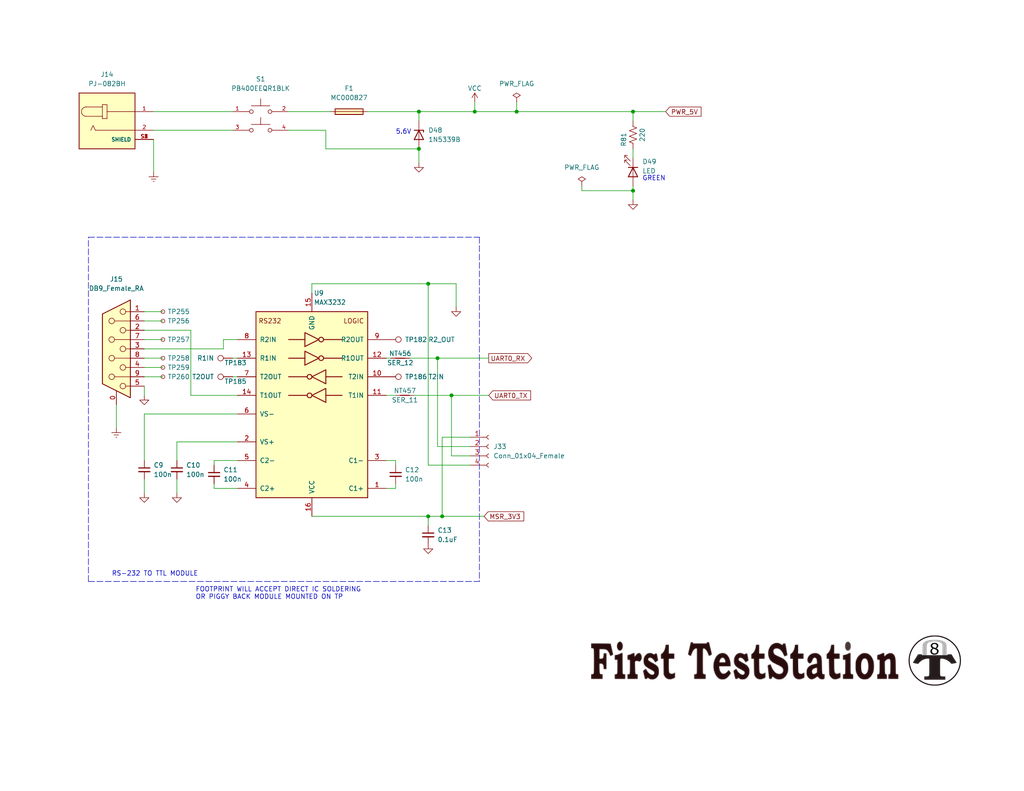
<source format=kicad_sch>
(kicad_sch (version 20211123) (generator eeschema)
  (paper "A")
  (title_block (title "InterconnectIO Board") (date "2022-06-01") (rev "0.1"))
  (lib_symbols
    (symbol "Connector:Conn_01x04_Female" (pin_names (offset 1.016) hide)
      (property "Reference" "J" (at 0 5.08 0))
      (property "Value" "Conn_01x04_Female" (at 0 -7.62 0))
      (symbol "Conn_01x04_Female_1_1"
        (arc (start 0 -4.572) (mid -0.508 -5.08) (end 0 -5.588) (stroke (width 0.1524)))
        (arc (start 0 -2.032) (mid -0.508 -2.54) (end 0 -3.048) (stroke (width 0.1524)))
        (polyline (pts (xy -1.27 -5.08) (xy -0.508 -5.08)) (stroke (width 0.1524)))
        (polyline (pts (xy -1.27 -2.54) (xy -0.508 -2.54)) (stroke (width 0.1524)))
        (polyline (pts (xy -1.27 0) (xy -0.508 0)) (stroke (width 0.1524)))
        (polyline (pts (xy -1.27 2.54) (xy -0.508 2.54)) (stroke (width 0.1524)))
        (arc (start 0 0.508) (mid -0.508 0) (end 0 -0.508) (stroke (width 0.1524)))
        (arc (start 0 3.048) (mid -0.508 2.54) (end 0 2.032) (stroke (width 0.1524)))
        (pin passive line (at -5.08 2.54 0) (length 3.81) (name "Pin_1") (number "1"))
        (pin passive line (at -5.08 0 0) (length 3.81) (name "Pin_2") (number "2"))
        (pin passive line (at -5.08 -2.54 0) (length 3.81) (name "Pin_3") (number "3"))
        (pin passive line (at -5.08 -5.08 0) (length 3.81) (name "Pin_4") (number "4"))
      )
    )
    (symbol "Connector:DB9_Female_MountingHoles" (pin_names (offset 1.016) hide)
      (property "Reference" "J" (at 0 16.51 0))
      (property "Value" "DB9_Female_MountingHoles" (at 0 14.605 0))
      (symbol "DB9_Female_MountingHoles_0_1"
        (circle (center -1.778 -10.16) (radius 0.762))
        (circle (center -1.778 -5.08) (radius 0.762))
        (circle (center -1.778 0) (radius 0.762))
        (circle (center -1.778 5.08) (radius 0.762))
        (circle (center -1.778 10.16) (radius 0.762))
        (polyline (pts (xy -3.81 -10.16) (xy -2.54 -10.16)))
        (polyline (pts (xy -3.81 -7.62) (xy 0.508 -7.62)))
        (polyline (pts (xy -3.81 -5.08) (xy -2.54 -5.08)))
        (polyline (pts (xy -3.81 -2.54) (xy 0.508 -2.54)))
        (polyline (pts (xy -3.81 0) (xy -2.54 0)))
        (polyline (pts (xy -3.81 2.54) (xy 0.508 2.54)))
        (polyline (pts (xy -3.81 5.08) (xy -2.54 5.08)))
        (polyline (pts (xy -3.81 7.62) (xy 0.508 7.62)))
        (polyline (pts (xy -3.81 10.16) (xy -2.54 10.16)))
        (polyline (pts (xy -3.81 13.335) (xy -3.81 -13.335) (xy 3.81 -9.525) (xy 3.81 9.525) (xy -3.81 13.335)) (stroke (width 0.254)) (fill (type background)))
        (circle (center 1.27 -7.62) (radius 0.762))
        (circle (center 1.27 -2.54) (radius 0.762))
        (circle (center 1.27 2.54) (radius 0.762))
        (circle (center 1.27 7.62) (radius 0.762))
      )
      (symbol "DB9_Female_MountingHoles_1_1"
        (pin passive line (at 0 -15.24 90) (length 3.81) (name "PAD") (number "0"))
        (pin passive line (at -7.62 10.16 0) (length 3.81) (name "1") (number "1"))
        (pin passive line (at -7.62 5.08 0) (length 3.81) (name "2") (number "2"))
        (pin passive line (at -7.62 0 0) (length 3.81) (name "3") (number "3"))
        (pin passive line (at -7.62 -5.08 0) (length 3.81) (name "4") (number "4"))
        (pin passive line (at -7.62 -10.16 0) (length 3.81) (name "5") (number "5"))
        (pin passive line (at -7.62 7.62 0) (length 3.81) (name "6") (number "6"))
        (pin passive line (at -7.62 2.54 0) (length 3.81) (name "7") (number "7"))
        (pin passive line (at -7.62 -2.54 0) (length 3.81) (name "8") (number "8"))
        (pin passive line (at -7.62 -7.62 0) (length 3.81) (name "9") (number "9"))
      )
    )
    (symbol "Connector:TestPoint" (pin_numbers hide) (pin_names (offset 0.762) hide)
      (property "Reference" "TP" (at 0 6.858 0))
      (property "Value" "TestPoint" (at 0 5.08 0))
      (symbol "TestPoint_0_1"
        (circle (center 0 3.302) (radius 0.762))
      )
      (symbol "TestPoint_1_1"
        (pin passive line (at 0 0 90) (length 2.54) (name "1") (number "1"))
      )
    )
    (symbol "Connector:TestPoint_Small" (pin_numbers hide) (pin_names (offset 0.762) hide)
      (property "Reference" "TP" (at 0 3.81 0))
      (property "Value" "TestPoint_Small" (at 0 2.032 0))
      (symbol "TestPoint_Small_0_1"
        (circle (center 0 0) (radius 0.508))
      )
      (symbol "TestPoint_Small_1_1"
        (pin passive line (at 0 0 90) (length 0) (name "1") (number "1"))
      )
    )
    (symbol "Device:C_Small" (pin_numbers hide) (pin_names (offset 0.254) hide)
      (property "Reference" "C" (at 0.254 1.778 0))
      (property "Value" "C_Small" (at 0.254 -2.032 0))
      (symbol "C_Small_0_1"
        (polyline (pts (xy -1.524 -0.508) (xy 1.524 -0.508)) (stroke (width 0.3302)))
        (polyline (pts (xy -1.524 0.508) (xy 1.524 0.508)) (stroke (width 0.3048)))
      )
      (symbol "C_Small_1_1"
        (pin passive line (at 0 2.54 270) (length 2.032) (name "~") (number "1"))
        (pin passive line (at 0 -2.54 90) (length 2.032) (name "~") (number "2"))
      )
    )
    (symbol "Device:LED" (pin_numbers hide) (pin_names (offset 1.016) hide)
      (property "Reference" "D" (at 0 2.54 0))
      (property "Value" "LED" (at 0 -2.54 0))
      (symbol "LED_0_1"
        (polyline (pts (xy -1.27 -1.27) (xy -1.27 1.27)) (stroke (width 0.254)))
        (polyline (pts (xy -1.27 0) (xy 1.27 0)))
        (polyline (pts (xy 1.27 -1.27) (xy 1.27 1.27) (xy -1.27 0) (xy 1.27 -1.27)) (stroke (width 0.254)))
        (polyline (pts (xy -3.048 -0.762) (xy -4.572 -2.286) (xy -3.81 -2.286) (xy -4.572 -2.286) (xy -4.572 -1.524)))
        (polyline (pts (xy -1.778 -0.762) (xy -3.302 -2.286) (xy -2.54 -2.286) (xy -3.302 -2.286) (xy -3.302 -1.524)))
      )
      (symbol "LED_1_1"
        (pin passive line (at -3.81 0 0) (length 2.54) (name "K") (number "1"))
        (pin passive line (at 3.81 0 180) (length 2.54) (name "A") (number "2"))
      )
    )
    (symbol "Device:NetTie_2" (pin_numbers hide) (pin_names (offset 0) hide)
      (property "Reference" "NT" (at 0 1.27 0))
      (property "Value" "NetTie_2" (at 0 -1.27 0))
      (symbol "NetTie_2_0_1"
        (polyline (pts (xy -1.27 0) (xy 1.27 0)) (stroke (width 0.254)))
      )
      (symbol "NetTie_2_1_1"
        (pin passive line (at -2.54 0 0) (length 2.54) (name "1") (number "1"))
        (pin passive line (at 2.54 0 180) (length 2.54) (name "2") (number "2"))
      )
    )
    (symbol "Device:R_US" (pin_numbers hide) (pin_names (offset 0))
      (property "Reference" "R" (at 2.54 0 90))
      (property "Value" "R_US" (at -2.54 0 90))
      (symbol "R_US_0_1"
        (polyline (pts (xy 0 -2.286) (xy 0 -2.54)))
        (polyline (pts (xy 0 2.286) (xy 0 2.54)))
        (polyline (pts (xy 0 -0.762) (xy 1.016 -1.143) (xy 0 -1.524) (xy -1.016 -1.905) (xy 0 -2.286)))
        (polyline (pts (xy 0 0.762) (xy 1.016 0.381) (xy 0 0) (xy -1.016 -0.381) (xy 0 -0.762)))
        (polyline (pts (xy 0 2.286) (xy 1.016 1.905) (xy 0 1.524) (xy -1.016 1.143) (xy 0 0.762)))
      )
      (symbol "R_US_1_1"
        (pin passive line (at 0 3.81 270) (length 1.27) (name "~") (number "1"))
        (pin passive line (at 0 -3.81 90) (length 1.27) (name "~") (number "2"))
      )
    )
    (symbol "Diode:1N53xxB" (pin_numbers hide) (pin_names (offset 1.016) hide)
      (property "Reference" "D" (at 0 2.54 0))
      (property "Value" "1N53xxB" (at 0 -2.54 0))
      (symbol "1N53xxB_0_1"
        (polyline (pts (xy 1.27 0) (xy -1.27 0)))
        (polyline (pts (xy -1.27 -1.27) (xy -1.27 1.27) (xy -0.762 1.27)) (stroke (width 0.254)))
        (polyline (pts (xy 1.27 -1.27) (xy 1.27 1.27) (xy -1.27 0) (xy 1.27 -1.27)) (stroke (width 0.254)))
      )
      (symbol "1N53xxB_1_1"
        (pin passive line (at -3.81 0 0) (length 2.54) (name "K") (number "1"))
        (pin passive line (at 3.81 0 180) (length 2.54) (name "A") (number "2"))
      )
    )
    (symbol "Interface_UART:MAX3232" (pin_names (offset 1.016))
      (property "Reference" "U" (at -2.54 28.575 0))
      (property "Value" "MAX3232" (at -2.54 26.67 0))
      (symbol "MAX3232_0_0"
        (text "LOGIC" (at -11.43 -22.86 0) (effects (font (size 1.27 1.27))))
        (text "RS232" (at 11.43 -22.86 0) (effects (font (size 1.27 1.27))))
      )
      (symbol "MAX3232_0_1"
        (rectangle (start -15.24 -25.4) (end 15.24 25.4) (stroke (width 0.254)) (fill (type background)))
        (circle (center -2.54 -17.78) (radius 0.635) (stroke (width 0.254)))
        (circle (center -2.54 -12.7) (radius 0.635) (stroke (width 0.254)))
        (polyline (pts (xy -3.81 -7.62) (xy -8.255 -7.62)) (stroke (width 0.254)))
        (polyline (pts (xy -3.81 -2.54) (xy -8.255 -2.54)) (stroke (width 0.254)))
        (polyline (pts (xy -3.175 -17.78) (xy -8.255 -17.78)) (stroke (width 0.254)))
        (polyline (pts (xy -3.175 -12.7) (xy -8.255 -12.7)) (stroke (width 0.254)))
        (polyline (pts (xy 1.27 -7.62) (xy 6.35 -7.62)) (stroke (width 0.254)))
        (polyline (pts (xy 1.27 -2.54) (xy 6.35 -2.54)) (stroke (width 0.254)))
        (polyline (pts (xy 1.905 -17.78) (xy 6.35 -17.78)) (stroke (width 0.254)))
        (polyline (pts (xy 1.905 -12.7) (xy 6.35 -12.7)) (stroke (width 0.254)))
        (polyline (pts (xy -3.81 -5.715) (xy -3.81 -9.525) (xy 0 -7.62) (xy -3.81 -5.715)) (stroke (width 0.254)))
        (polyline (pts (xy -3.81 -0.635) (xy -3.81 -4.445) (xy 0 -2.54) (xy -3.81 -0.635)) (stroke (width 0.254)))
        (polyline (pts (xy 1.905 -15.875) (xy 1.905 -19.685) (xy -1.905 -17.78) (xy 1.905 -15.875)) (stroke (width 0.254)))
        (polyline (pts (xy 1.905 -10.795) (xy 1.905 -14.605) (xy -1.905 -12.7) (xy 1.905 -10.795)) (stroke (width 0.254)))
        (circle (center 0.635 -7.62) (radius 0.635) (stroke (width 0.254)))
        (circle (center 0.635 -2.54) (radius 0.635) (stroke (width 0.254)))
      )
      (symbol "MAX3232_1_1"
        (pin passive line (at -20.32 22.86 0) (length 5.08) (name "C1+") (number "1"))
        (pin input line (at -20.32 -7.62 0) (length 5.08) (name "T2IN") (number "10"))
        (pin input line (at -20.32 -2.54 0) (length 5.08) (name "T1IN") (number "11"))
        (pin output line (at -20.32 -12.7 0) (length 5.08) (name "R1OUT") (number "12"))
        (pin input line (at 20.32 -12.7 180) (length 5.08) (name "R1IN") (number "13"))
        (pin output line (at 20.32 -2.54 180) (length 5.08) (name "T1OUT") (number "14"))
        (pin power_in line (at 0 -30.48 90) (length 5.08) (name "GND") (number "15"))
        (pin power_in line (at 0 30.48 270) (length 5.08) (name "VCC") (number "16"))
        (pin power_out line (at 20.32 10.16 180) (length 5.08) (name "VS+") (number "2"))
        (pin passive line (at -20.32 15.24 0) (length 5.08) (name "C1-") (number "3"))
        (pin passive line (at 20.32 22.86 180) (length 5.08) (name "C2+") (number "4"))
        (pin passive line (at 20.32 15.24 180) (length 5.08) (name "C2-") (number "5"))
        (pin power_out line (at 20.32 2.54 180) (length 5.08) (name "VS-") (number "6"))
        (pin output line (at 20.32 -7.62 180) (length 5.08) (name "T2OUT") (number "7"))
        (pin input line (at 20.32 -17.78 180) (length 5.08) (name "R2IN") (number "8"))
        (pin output line (at -20.32 -17.78 0) (length 5.08) (name "R2OUT") (number "9"))
      )
    )
    (symbol "MC000827:MC000827" (pin_numbers hide) (pin_names (offset 1.016) hide)
      (property "Reference" "F" (at -3.81 1.397 0))
      (property "Value" "MC000827" (at -3.81 -2.921 0))
      (symbol "MC000827_0_0"
        (rectangle (start -3.81 -0.762) (end 3.81 0.762) (stroke (width 0.254)) (fill (type background)))
        (polyline (pts (xy -2.54 0) (xy 2.54 0)) (stroke (width 0.1524)))
        (pin passive line (at -5.08 0 0) (length 2.54) (name "~") (number "P$1"))
        (pin passive line (at 5.08 0 180) (length 2.54) (name "~") (number "P$2"))
      )
    )
    (symbol "PB400EEQR1BLK:PB400EEQR1BLK" (pin_names (offset 1.016) hide)
      (property "Reference" "S" (at -7.62 7.62 0))
      (property "Value" "PB400EEQR1BLK" (at -7.62 -7.62 0))
      (symbol "PB400EEQR1BLK_0_0"
        (circle (center -2.54 -2.54) (radius 0.508) (stroke (width 0.1524)))
        (circle (center -2.54 2.54) (radius 0.508) (stroke (width 0.1524)))
        (polyline (pts (xy -5.08 -2.54) (xy -3.048 -2.54)) (stroke (width 0.1524)))
        (polyline (pts (xy -5.08 2.54) (xy -3.048 2.54)) (stroke (width 0.1524)))
        (polyline (pts (xy -2.54 -0.9652) (xy 0 -0.9652)) (stroke (width 0.1524)))
        (polyline (pts (xy -2.54 4.1402) (xy 0 4.1402)) (stroke (width 0.1524)))
        (polyline (pts (xy 0 -0.9652) (xy 0 0.9652)) (stroke (width 0.1524)))
        (polyline (pts (xy 0 -0.9652) (xy 2.54 -0.9652)) (stroke (width 0.1524)))
        (polyline (pts (xy 0 4.1402) (xy 0 6.0452)) (stroke (width 0.1524)))
        (polyline (pts (xy 0 4.1402) (xy 2.54 4.1402)) (stroke (width 0.1524)))
        (polyline (pts (xy 5.08 -2.54) (xy 3.048 -2.54)) (stroke (width 0.1524)))
        (polyline (pts (xy 5.08 2.54) (xy 3.048 2.54)) (stroke (width 0.1524)))
        (circle (center 2.54 -2.54) (radius 0.508) (stroke (width 0.1524)))
        (circle (center 2.54 2.54) (radius 0.508) (stroke (width 0.1524)))
        (pin passive line (at -7.62 2.54 0) (length 2.54) (name "~") (number "1"))
        (pin passive line (at 7.62 2.54 180) (length 2.54) (name "~") (number "2"))
        (pin passive line (at -7.62 -2.54 0) (length 2.54) (name "~") (number "3"))
        (pin passive line (at 7.62 -2.54 180) (length 2.54) (name "~") (number "4"))
      )
    )
    (symbol "PJ-082BH:PJ-082BH" (pin_names (offset 1.016))
      (property "Reference" "J" (at -7.62 10.16 0))
      (property "Value" "PJ-082BH" (at -7.62 -10.16 0))
      (symbol "PJ-082BH_0_0"
        (rectangle (start -7.62 -7.62) (end 7.62 7.62) (stroke (width 0.254)) (fill (type background)))
        (arc (start -5.715 3.81) (mid -6.985 2.54) (end -5.715 1.27) (stroke (width 0.1524)))
        (polyline (pts (xy -5.715 3.81) (xy -1.27 3.81)) (stroke (width 0.1524)))
        (polyline (pts (xy -3.81 -1.27) (xy -4.445 -2.54)) (stroke (width 0.1524)))
        (polyline (pts (xy -3.175 -2.54) (xy -3.81 -1.27)) (stroke (width 0.1524)))
        (polyline (pts (xy -1.27 0.635) (xy 0 0.635)) (stroke (width 0.1524)))
        (polyline (pts (xy -1.27 1.27) (xy -5.715 1.27)) (stroke (width 0.1524)))
        (polyline (pts (xy -1.27 1.27) (xy -1.27 0.635)) (stroke (width 0.1524)))
        (polyline (pts (xy -1.27 3.81) (xy -1.27 1.27)) (stroke (width 0.1524)))
        (polyline (pts (xy -1.27 4.445) (xy -1.27 3.81)) (stroke (width 0.1524)))
        (polyline (pts (xy 0 0.635) (xy 0 2.54)) (stroke (width 0.1524)))
        (polyline (pts (xy 0 2.54) (xy 0 4.445)) (stroke (width 0.1524)))
        (polyline (pts (xy 0 2.54) (xy 7.62 2.54)) (stroke (width 0.1524)))
        (polyline (pts (xy 0 4.445) (xy -1.27 4.445)) (stroke (width 0.1524)))
        (polyline (pts (xy 7.62 -2.54) (xy -3.175 -2.54)) (stroke (width 0.1524)))
        (pin passive line (at 12.7 2.54 180) (length 5.08) (name "~") (number "1"))
        (pin passive line (at 12.7 -2.54 180) (length 5.08) (name "~") (number "2"))
        (pin passive line (at 12.7 -5.08 180) (length 5.08) (name "SHIELD") (number "S1"))
        (pin passive line (at 12.7 -5.08 180) (length 5.08) (name "SHIELD") (number "S2"))
        (pin passive line (at 12.7 -5.08 180) (length 5.08) (name "SHIELD") (number "S3"))
        (pin passive line (at 12.7 -5.08 180) (length 5.08) (name "SHIELD") (number "S4"))
      )
    )
    (symbol "power:Earth" (power) (pin_names (offset 0))
      (symbol "Earth_0_1"
        (polyline (pts (xy -0.635 -1.905) (xy 0.635 -1.905)))
        (polyline (pts (xy -0.127 -2.54) (xy 0.127 -2.54)))
        (polyline (pts (xy 0 -1.27) (xy 0 0)))
        (polyline (pts (xy 1.27 -1.27) (xy -1.27 -1.27)))
      )
      (symbol "Earth_1_1"
        (pin power_in line (at 0 0 270) (length 0) hide (name "Earth") (number "1"))
      )
    )
    (symbol "power:GND" (power) (pin_numbers hide) (pin_names (offset 0) hide)
      (property "Value" "GND" (at 0 -3.81 0))
      (symbol "GND_0_1"
        (polyline (pts (xy 0 0) (xy 0 -1.27) (xy 1.27 -1.27) (xy 0 -2.54) (xy -1.27 -1.27) (xy 0 -1.27)))
      )
      (symbol "GND_1_1"
        (pin power_in line (at 0 0 270) (length 0) hide (name "GND") (number "1"))
      )
    )
    (symbol "power:PWR_FLAG" (power) (pin_numbers hide) (pin_names (offset 0) hide)
      (property "Value" "PWR_FLAG" (at 0 3.81 0))
      (symbol "PWR_FLAG_0_0"
        (pin power_out line (at 0 0 90) (length 0) (name "pwr") (number "1"))
      )
      (symbol "PWR_FLAG_0_1"
        (polyline (pts (xy 0 0) (xy 0 1.27) (xy -1.016 1.905) (xy 0 2.54) (xy 1.016 1.905) (xy 0 1.27)))
      )
    )
    (symbol "power:VCC" (power) (pin_numbers hide) (pin_names (offset 0) hide)
      (property "Value" "VCC" (at 0 3.81 0))
      (symbol "VCC_0_1"
        (polyline (pts (xy -0.762 1.27) (xy 0 2.54)))
        (polyline (pts (xy 0 0) (xy 0 2.54)))
        (polyline (pts (xy 0 2.54) (xy 0.762 1.27)))
      )
      (symbol "VCC_1_1"
        (pin power_in line (at 0 0 90) (length 0) hide (name "VCC") (number "1"))
      )
    )
  )
  (junction (at 114.3 40.64))
  (junction (at 129.54 30.48))
  (junction (at 116.84 77.47))
  (junction (at 140.97 30.48))
  (junction (at 116.84 140.97))
  (junction (at 123.19 107.95))
  (junction (at 114.3 30.48))
  (junction (at 172.72 30.48))
  (junction (at 120.65 140.97))
  (junction (at 172.72 52.07))
  (junction (at 119.38 97.79))
  (wire (pts (xy 116.84 140.97) (xy 120.65 140.97)))
  (polyline (pts (xy 24.13 158.75) (xy 130.81 158.75)))
  (wire (pts (xy 158.75 50.8) (xy 158.75 52.07)))
  (wire (pts (xy 123.19 107.95) (xy 133.35 107.95)))
  (wire (pts (xy 64.77 92.71) (xy 60.96 92.71)))
  (wire (pts (xy 52.07 90.17) (xy 39.37 90.17)))
  (polyline (pts (xy 24.13 64.77) (xy 130.81 64.77)))
  (wire (pts (xy 58.42 133.35) (xy 64.77 133.35)))
  (wire (pts (xy 128.27 119.38) (xy 120.65 119.38)))
  (wire (pts (xy 172.72 50.8) (xy 172.72 52.07)))
  (wire (pts (xy 111.76 97.79) (xy 119.38 97.79)))
  (wire (pts (xy 78.74 35.56) (xy 88.9 35.56)))
  (wire (pts (xy 58.42 127) (xy 58.42 125.73)))
  (wire (pts (xy 158.75 52.07) (xy 172.72 52.07)))
  (wire (pts (xy 107.95 125.73) (xy 107.95 127)))
  (wire (pts (xy 128.27 127) (xy 116.84 127)))
  (wire (pts (xy 119.38 121.92) (xy 119.38 97.79)))
  (wire (pts (xy 58.42 125.73) (xy 64.77 125.73)))
  (wire (pts (xy 129.54 27.94) (xy 129.54 30.48)))
  (wire (pts (xy 39.37 113.03) (xy 64.77 113.03)))
  (wire (pts (xy 39.37 105.41) (xy 39.37 107.95)))
  (wire (pts (xy 114.3 40.64) (xy 114.3 44.45)))
  (wire (pts (xy 88.9 40.64) (xy 114.3 40.64)))
  (wire (pts (xy 116.84 77.47) (xy 116.84 127)))
  (wire (pts (xy 88.9 35.56) (xy 88.9 40.64)))
  (wire (pts (xy 39.37 97.79) (xy 44.45 97.79)))
  (wire (pts (xy 105.41 107.95) (xy 107.95 107.95)))
  (wire (pts (xy 85.09 77.47) (xy 116.84 77.47)))
  (wire (pts (xy 119.38 97.79) (xy 133.35 97.79)))
  (wire (pts (xy 123.19 124.46) (xy 123.19 107.95)))
  (wire (pts (xy 85.09 77.47) (xy 85.09 80.01)))
  (wire (pts (xy 48.26 120.65) (xy 64.77 120.65)))
  (wire (pts (xy 39.37 130.81) (xy 39.37 134.62)))
  (wire (pts (xy 41.91 38.1) (xy 41.91 46.99)))
  (wire (pts (xy 124.46 77.47) (xy 124.46 83.82)))
  (wire (pts (xy 39.37 92.71) (xy 44.45 92.71)))
  (wire (pts (xy 114.3 30.48) (xy 114.3 33.02)))
  (wire (pts (xy 39.37 87.63) (xy 44.45 87.63)))
  (wire (pts (xy 41.91 35.56) (xy 63.5 35.56)))
  (wire (pts (xy 120.65 119.38) (xy 120.65 140.97)))
  (wire (pts (xy 48.26 125.73) (xy 48.26 120.65)))
  (wire (pts (xy 172.72 52.07) (xy 172.72 54.61)))
  (wire (pts (xy 105.41 133.35) (xy 107.95 133.35)))
  (wire (pts (xy 100.33 30.48) (xy 114.3 30.48)))
  (wire (pts (xy 105.41 97.79) (xy 106.68 97.79)))
  (wire (pts (xy 116.84 77.47) (xy 124.46 77.47)))
  (wire (pts (xy 58.42 133.35) (xy 58.42 132.08)))
  (polyline (pts (xy 130.81 64.77) (xy 130.81 158.75)))
  (wire (pts (xy 39.37 100.33) (xy 44.45 100.33)))
  (wire (pts (xy 116.84 143.51) (xy 116.84 140.97)))
  (wire (pts (xy 172.72 40.64) (xy 172.72 43.18)))
  (wire (pts (xy 128.27 121.92) (xy 119.38 121.92)))
  (wire (pts (xy 60.96 95.25) (xy 39.37 95.25)))
  (wire (pts (xy 172.72 30.48) (xy 172.72 33.02)))
  (wire (pts (xy 85.09 140.97) (xy 116.84 140.97)))
  (wire (pts (xy 39.37 125.73) (xy 39.37 113.03)))
  (wire (pts (xy 41.91 30.48) (xy 63.5 30.48)))
  (polyline (pts (xy 24.13 158.75) (xy 24.13 64.77)))
  (wire (pts (xy 63.5 97.79) (xy 64.77 97.79)))
  (wire (pts (xy 64.77 107.95) (xy 52.07 107.95)))
  (wire (pts (xy 120.65 140.97) (xy 132.08 140.97)))
  (wire (pts (xy 105.41 125.73) (xy 107.95 125.73)))
  (wire (pts (xy 52.07 107.95) (xy 52.07 90.17)))
  (wire (pts (xy 31.75 110.49) (xy 31.75 116.84)))
  (wire (pts (xy 128.27 124.46) (xy 123.19 124.46)))
  (wire (pts (xy 39.37 85.09) (xy 44.45 85.09)))
  (wire (pts (xy 63.5 102.87) (xy 64.77 102.87)))
  (wire (pts (xy 140.97 30.48) (xy 172.72 30.48)))
  (wire (pts (xy 48.26 130.81) (xy 48.26 134.62)))
  (wire (pts (xy 39.37 102.87) (xy 44.45 102.87)))
  (wire (pts (xy 60.96 92.71) (xy 60.96 95.25)))
  (wire (pts (xy 140.97 27.94) (xy 140.97 30.48)))
  (wire (pts (xy 114.3 30.48) (xy 129.54 30.48)))
  (wire (pts (xy 129.54 30.48) (xy 140.97 30.48)))
  (wire (pts (xy 113.03 107.95) (xy 123.19 107.95)))
  (wire (pts (xy 78.74 30.48) (xy 90.17 30.48)))
  (wire (pts (xy 172.72 30.48) (xy 181.61 30.48)))
  (wire (pts (xy 107.95 133.35) (xy 107.95 132.08)))
  (image (at 203.2 180.34) (scale 2.13772))
  (image (at 255.27 180.34))
  (text "RS-232 TO TTL MODULE" (at 30.48 157.48 0) (effects (font (size 1.27 1.27)) (justify left bottom)))
  (text "FOOTPRINT WILL ACCEPT DIRECT IC SOLDERING \nOR PIGGY BACK MODULE MOUNTED ON TP" (at 53.34 163.83 0) (effects (font (size 1.27 1.27)) (justify left bottom)))
  (text "GREEN" (at 175.26 49.53 0) (effects (font (size 1.27 1.27)) (justify left bottom)))
  (text "5.6V" (at 107.95 36.83 0) (effects (font (size 1.27 1.27)) (justify left bottom)))
  (global_label "PWR_5V" (shape input) (at 181.61 30.48 0) (property "Intersheet References" "${INTERSHEET_REFS}" (effects hide)))
  (global_label "UART0_TX" (shape input) (at 133.35 107.95 0) (property "Intersheet References" "${INTERSHEET_REFS}" (effects hide)))
  (global_label "MSR_3V3" (shape input) (at 132.08 140.97 0) (property "Intersheet References" "${INTERSHEET_REFS}" (effects hide)))
  (global_label "UART0_RX" (shape output) (at 133.35 97.79 0) (property "Intersheet References" "${INTERSHEET_REFS}" (effects hide)))
  (symbol (lib_id "power:GND") (at 116.84 148.59 0) (unit 1)
    (property "Reference" "#PWR0130" (effects hide))
    (property "Value" "GND" (effects hide))
  )
  (symbol (lib_id "PJ-082BH:PJ-082BH") (at 29.21 33.02 0) (unit 1)
    (property "Reference" "J14" (at 29.21 20.32 0))
    (property "Value" "PJ-082BH" (at 29.21 22.86 0))
    (property "Footprint" "SnapEDA Library:CUI_PJ-082BH" (effects hide))
    (property "MANUFACTURER" "CUI Devices" (effects hide))
    (property "STANDARD" "Manufacturer Recommendation" (effects hide))
    (property "PARTREV" "1.0" (effects hide))
    (property "SNAPEDA_PN" "PJ-082BH" (effects hide))
    (property "MAXIMUM_PACKAGE_HEIGHT" "10.2 mm" (effects hide))
  )
  (symbol (lib_id "Connector:TestPoint_Small") (at 44.45 100.33 0) (unit 1)
    (property "Reference" "TP259" (at 45.72 100.33 0) (effects (justify left)))
    (property "Value" "TestPoint_Small" (effects hide))
    (property "Footprint" "Connector_PinHeader_2.54mm:PinHeader_1x01_P2.54mm_Vertical" (effects hide))
  )
  (symbol (lib_id "Connector:TestPoint") (at 105.41 102.87 270) (unit 1)
    (property "Reference" "TP186" (at 110.49 102.87 90) (effects (justify left)))
    (property "Value" "T2IN" (at 116.84 102.87 90) (effects (justify left)))
    (property "Footprint" "Connector_Pin:Pin_D1.2mm_L11.3mm_W3.0mm_Flat" (effects hide))
  )
  (symbol (lib_id "Device:C_Small") (at 116.84 146.05 0) (unit 1)
    (property "Reference" "C13" (at 119.38 144.7862 0) (effects (justify left)))
    (property "Value" "0.1uF" (at 119.38 147.32 0) (effects (justify left)))
    (property "Footprint" "Capacitor_SMD:C_0603_1608Metric_Pad1.08x0.95mm_HandSolder" (effects hide))
  )
  (symbol (lib_id "MC000827:MC000827") (at 95.25 30.48 0) (unit 1)
    (property "Reference" "F1" (at 95.25 24.13 0))
    (property "Value" "MC000827" (at 95.25 26.67 0))
    (property "Footprint" "SnapEDA Library:MC000827" (effects hide))
  )
  (symbol (lib_id "Connector:DB9_Female_MountingHoles") (at 31.75 95.25 0) (mirror y) (unit 1)
    (property "Reference" "J15" (at 31.75 76.2 0))
    (property "Value" "DB9_Female_RA" (at 31.75 78.74 0))
    (property "Footprint" "Connector_Dsub:DSUB-9_Female_Horizontal_P2.77x2.84mm_EdgePinOffset4.94mm_Housed_MountingHolesOffset7.48mm" (effects hide))
    (property "Datasheet" " ~" (effects hide))
  )
  (symbol (lib_id "Device:C_Small") (at 58.42 129.54 0) (unit 1)
    (property "Reference" "C11" (at 60.96 128.2762 0) (effects (justify left)))
    (property "Value" "100n" (at 60.96 130.8162 0) (effects (justify left)))
    (property "Footprint" "Capacitor_SMD:C_0201_0603Metric_Pad0.64x0.40mm_HandSolder" (effects hide))
  )
  (symbol (lib_id "Connector:TestPoint_Small") (at 44.45 92.71 0) (unit 1)
    (property "Reference" "TP257" (at 45.72 92.71 0) (effects (justify left)))
    (property "Value" "TestPoint_Small" (effects hide))
    (property "Footprint" "Connector_PinHeader_2.54mm:PinHeader_1x01_P2.54mm_Vertical" (effects hide))
  )
  (symbol (lib_id "Connector:TestPoint_Small") (at 44.45 85.09 0) (unit 1)
    (property "Reference" "TP255" (at 45.72 85.09 0) (effects (justify left)))
    (property "Value" "TestPoint_Small" (effects hide))
    (property "Footprint" "Connector_PinHeader_2.54mm:PinHeader_1x01_P2.54mm_Vertical" (effects hide))
  )
  (symbol (lib_id "Connector:TestPoint") (at 63.5 97.79 90) (mirror x) (unit 1)
    (property "Reference" "TP183" (at 67.31 99.06 90) (effects (justify left)))
    (property "Value" "R1IN" (at 58.42 97.79 90) (effects (justify left)))
    (property "Footprint" "Connector_Pin:Pin_D1.2mm_L11.3mm_W3.0mm_Flat" (effects hide))
  )
  (symbol (lib_id "Connector:TestPoint_Small") (at 44.45 102.87 0) (unit 1)
    (property "Reference" "TP260" (at 45.72 102.87 0) (effects (justify left)))
    (property "Value" "TestPoint_Small" (effects hide))
    (property "Footprint" "Connector_PinHeader_2.54mm:PinHeader_1x01_P2.54mm_Vertical" (effects hide))
  )
  (symbol (lib_id "power:GND") (at 172.72 54.61 0) (unit 1)
    (property "Reference" "#PWR0124" (effects hide))
    (property "Value" "GND" (effects hide))
  )
  (symbol (lib_id "Connector:TestPoint_Small") (at 44.45 97.79 0) (unit 1)
    (property "Reference" "TP258" (at 45.72 97.79 0) (effects (justify left)))
    (property "Value" "TestPoint_Small" (effects hide))
    (property "Footprint" "Connector_PinHeader_2.54mm:PinHeader_1x01_P2.54mm_Vertical" (effects hide))
  )
  (symbol (lib_id "Device:NetTie_2") (at 110.49 107.95 0) (unit 1)
    (property "Reference" "NT457" (at 110.49 106.68 0))
    (property "Value" "SER_11" (at 110.49 109.22 0))
    (property "Footprint" "NetTie:NetTie-2_THT_Pad1.0mm" (effects hide))
  )
  (symbol (lib_id "Diode:1N53xxB") (at 114.3 36.83 270) (unit 1)
    (property "Reference" "D48" (at 116.84 35.5599 90) (effects (justify left)))
    (property "Value" "1N5339B" (at 116.84 38.0999 90) (effects (justify left)))
    (property "Footprint" "Diode_THT:D_DO-201_P15.24mm_Horizontal" (effects hide))
    (property "Datasheet" "https://diotec.com/tl_files/diotec/files/pdf/datasheets/1n5345b.pdf" (effects hide))
  )
  (symbol (lib_id "Device:NetTie_2") (at 109.22 97.79 0) (unit 1)
    (property "Reference" "NT456" (at 109.22 96.52 0))
    (property "Value" "SER_12" (at 109.22 99.06 0))
    (property "Footprint" "NetTie:NetTie-2_THT_Pad1.0mm" (effects hide))
  )
  (symbol (lib_id "Device:R_US") (at 172.72 36.83 180) (unit 1)
    (property "Reference" "R81" (at 170.18 38.1 90))
    (property "Value" "220" (at 175.26 36.83 90))
    (property "Footprint" "Resistor_THT:R_Axial_DIN0309_L9.0mm_D3.2mm_P12.70mm_Horizontal" (effects hide))
  )
  (symbol (lib_id "power:Earth") (at 41.91 46.99 0) (unit 1)
    (property "Reference" "#PWR0123" (effects hide))
    (property "Value" "Earth" (effects hide))
  )
  (symbol (lib_id "Connector:Conn_01x04_Female") (at 133.35 121.92 0) (unit 1)
    (property "Reference" "J33" (at 134.62 121.9199 0) (effects (justify left)))
    (property "Value" "Conn_01x04_Female" (at 134.62 124.4599 0) (effects (justify left)))
    (property "Footprint" "Connector_PinHeader_2.54mm:PinHeader_1x04_P2.54mm_Vertical" (effects hide))
  )
  (symbol (lib_id "Device:C_Small") (at 48.26 128.27 0) (unit 1)
    (property "Reference" "C10" (at 50.8 127.0062 0) (effects (justify left)))
    (property "Value" "100n" (at 50.8 129.5462 0) (effects (justify left)))
    (property "Footprint" "Capacitor_SMD:C_0201_0603Metric_Pad0.64x0.40mm_HandSolder" (effects hide))
  )
  (symbol (lib_id "power:GND") (at 39.37 107.95 0) (unit 1)
    (property "Reference" "#PWR0126" (effects hide))
    (property "Value" "GND" (effects hide))
  )
  (symbol (lib_id "Device:C_Small") (at 107.95 129.54 0) (unit 1)
    (property "Reference" "C12" (at 110.49 128.2762 0) (effects (justify left)))
    (property "Value" "100n" (at 110.49 130.8162 0) (effects (justify left)))
    (property "Footprint" "Capacitor_SMD:C_0201_0603Metric_Pad0.64x0.40mm_HandSolder" (effects hide))
  )
  (symbol (lib_id "Connector:TestPoint_Small") (at 44.45 87.63 0) (unit 1)
    (property "Reference" "TP256" (at 45.72 87.63 0) (effects (justify left)))
    (property "Value" "TestPoint_Small" (effects hide))
    (property "Footprint" "Connector_PinHeader_2.54mm:PinHeader_1x01_P2.54mm_Vertical" (effects hide))
  )
  (symbol (lib_id "PB400EEQR1BLK:PB400EEQR1BLK") (at 71.12 33.02 0) (unit 1)
    (property "Reference" "S1" (at 71.12 21.59 0))
    (property "Value" "PB400EEQR1BLK" (at 71.12 24.13 0))
    (property "Footprint" "SnapEDA Library:SW_PB400EEQR1BLK" (effects hide))
    (property "MANUFACTURER" "E-Switch" (effects hide))
    (property "PARTREV" "A" (effects hide))
    (property "STANDARD" "Manufacturer Recommendations" (effects hide))
    (property "MAXIMUM_PACKAGE_HEIGHT" "10.6 mm" (effects hide))
  )
  (symbol (lib_id "Device:LED") (at 172.72 46.99 270) (unit 1)
    (property "Reference" "D49" (at 175.26 44.1324 90) (effects (justify left)))
    (property "Value" "LED" (at 175.26 46.6724 90) (effects (justify left)))
    (property "Footprint" "LED_THT:LED_D3.0mm" (effects hide))
  )
  (symbol (lib_id "power:VCC") (at 129.54 27.94 0) (unit 1)
    (property "Reference" "#PWR0121" (effects hide))
    (property "Value" "VCC" (at 129.54 24.13 0))
  )
  (symbol (lib_id "power:Earth") (at 31.75 116.84 0) (unit 1)
    (property "Reference" "#PWR0127" (effects hide))
    (property "Value" "Earth" (effects hide))
  )
  (symbol (lib_id "Device:C_Small") (at 39.37 128.27 0) (unit 1)
    (property "Reference" "C9" (at 41.91 127.0062 0) (effects (justify left)))
    (property "Value" "100n" (at 41.91 129.5462 0) (effects (justify left)))
    (property "Footprint" "Capacitor_SMD:C_0201_0603Metric_Pad0.64x0.40mm_HandSolder" (effects hide))
  )
  (symbol (lib_id "Connector:TestPoint") (at 63.5 102.87 90) (mirror x) (unit 1)
    (property "Reference" "TP185" (at 67.31 104.14 90) (effects (justify left)))
    (property "Value" "T2OUT" (at 58.42 102.87 90) (effects (justify left)))
    (property "Footprint" "Connector_Pin:Pin_D1.2mm_L11.3mm_W3.0mm_Flat" (effects hide))
  )
  (symbol (lib_id "Interface_UART:MAX3232") (at 85.09 110.49 180) (unit 1)
    (property "Reference" "U9" (at 85.6106 80.01 0) (effects (justify right)))
    (property "Value" "MAX3232" (at 85.6106 82.55 0) (effects (justify right)))
    (property "Footprint" "SnapEDA Library:SOIC127P600X175-16N" (effects hide))
    (property "Datasheet" "https://datasheets.maximintegrated.com/en/ds/MAX3222-MAX3241.pdf" (effects hide))
  )
  (symbol (lib_id "Connector:TestPoint") (at 105.41 92.71 270) (unit 1)
    (property "Reference" "TP182" (at 110.49 92.71 90) (effects (justify left)))
    (property "Value" "R2_OUT" (at 116.84 92.71 90) (effects (justify left)))
    (property "Footprint" "Connector_PinHeader_2.54mm:PinHeader_1x01_P2.54mm_Vertical" (effects hide))
  )
  (symbol (lib_id "power:GND") (at 114.3 44.45 0) (unit 1)
    (property "Reference" "#PWR0122" (effects hide))
    (property "Value" "GND" (effects hide))
  )
  (symbol (lib_id "power:GND") (at 124.46 83.82 0) (unit 1)
    (property "Reference" "#PWR0125" (effects hide))
    (property "Value" "GND" (effects hide))
  )
  (symbol (lib_id "power:PWR_FLAG") (at 158.75 50.8 0) (unit 1)
    (property "Reference" "#FLG03" (effects hide))
    (property "Value" "PWR_FLAG" (at 158.75 45.72 0))
  )
  (symbol (lib_id "power:PWR_FLAG") (at 140.97 27.94 0) (unit 1)
    (property "Reference" "#FLG02" (effects hide))
    (property "Value" "PWR_FLAG" (at 140.97 22.86 0))
  )
  (symbol (lib_id "power:GND") (at 48.26 134.62 0) (unit 1)
    (property "Reference" "#PWR0129" (effects hide))
    (property "Value" "GND" (effects hide))
  )
  (symbol (lib_id "power:GND") (at 39.37 134.62 0) (unit 1)
    (property "Reference" "#PWR0128" (effects hide))
    (property "Value" "GND" (effects hide))
  )
)
</source>
